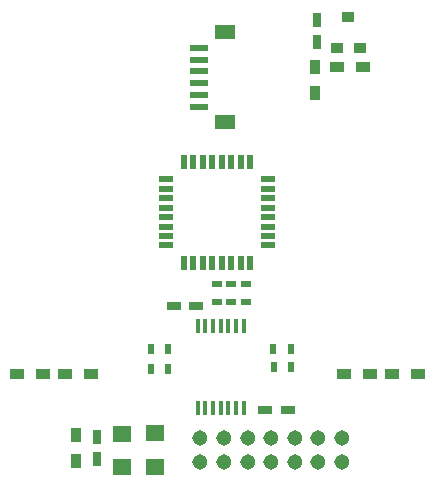
<source format=gbp>
G04 #@! TF.FileFunction,Paste,Bot*
%FSLAX46Y46*%
G04 Gerber Fmt 4.6, Leading zero omitted, Abs format (unit mm)*
G04 Created by KiCad (PCBNEW 4.0.6) date 08/26/17 20:52:25*
%MOMM*%
%LPD*%
G01*
G04 APERTURE LIST*
%ADD10C,0.100000*%
%ADD11R,1.270000X0.533400*%
%ADD12R,0.533400X1.270000*%
%ADD13R,1.200000X0.750000*%
%ADD14R,0.900000X1.200000*%
%ADD15R,0.998220X0.899160*%
%ADD16R,0.750000X1.200000*%
%ADD17R,1.597660X1.399540*%
%ADD18R,1.200000X0.900000*%
%ADD19R,1.549400X0.599440*%
%ADD20R,1.798320X1.198880*%
%ADD21R,0.400000X1.200000*%
%ADD22R,0.500000X0.900000*%
%ADD23R,0.900000X0.500000*%
%ADD24C,1.305560*%
G04 APERTURE END LIST*
D10*
D11*
X144094200Y-104153080D03*
X144094200Y-103352980D03*
X144094200Y-102552880D03*
X144094200Y-101752780D03*
X144094200Y-100955220D03*
X144094200Y-100155120D03*
X144094200Y-99355020D03*
X144094200Y-98554920D03*
D12*
X145587720Y-97061400D03*
X146387820Y-97061400D03*
X147187920Y-97061400D03*
X147988020Y-97061400D03*
X148785580Y-97061400D03*
X149585680Y-97061400D03*
X150385780Y-97061400D03*
X151185880Y-97061400D03*
D11*
X152676860Y-98554920D03*
X152676860Y-99355020D03*
X152676860Y-100155120D03*
X152676860Y-100955220D03*
X152676860Y-101752780D03*
X152676860Y-102552880D03*
X152676860Y-103352980D03*
X152676860Y-104153080D03*
D12*
X151185880Y-105644060D03*
X150385780Y-105644060D03*
X149585680Y-105644060D03*
X148785580Y-105644060D03*
X147988020Y-105644060D03*
X147187920Y-105644060D03*
X146387820Y-105644060D03*
X145587720Y-105644060D03*
D13*
X146644400Y-109278800D03*
X144744400Y-109278800D03*
D14*
X136474200Y-120218400D03*
X136474200Y-122418400D03*
X156667200Y-91278000D03*
X156667200Y-89078000D03*
D15*
X160510220Y-87411940D03*
X158513780Y-87411940D03*
X159512000Y-84816060D03*
D16*
X156870400Y-85062400D03*
X156870400Y-86962400D03*
D17*
X143129000Y-120071260D03*
X143129000Y-122870340D03*
X140360400Y-120122060D03*
X140360400Y-122921140D03*
D18*
X158513600Y-89060400D03*
X160713600Y-89060400D03*
X133688000Y-115070000D03*
X131488000Y-115070000D03*
X137752000Y-115070000D03*
X135552000Y-115070000D03*
X161374000Y-115070000D03*
X159174000Y-115070000D03*
X165438000Y-115070000D03*
X163238000Y-115070000D03*
D19*
X146839940Y-87409400D03*
X146839940Y-88410160D03*
X146839940Y-89410920D03*
X146839940Y-90409140D03*
X146839940Y-91407360D03*
X146839940Y-92408120D03*
D20*
X149062440Y-86111460D03*
X149062440Y-93708600D03*
D16*
X138226800Y-120368400D03*
X138226800Y-122268400D03*
D13*
X154366000Y-118067200D03*
X152466000Y-118067200D03*
D21*
X150641600Y-117910400D03*
X149991600Y-117910400D03*
X149341600Y-117910400D03*
X148691600Y-117910400D03*
X148041600Y-117910400D03*
X147391600Y-117910400D03*
X146741600Y-117910400D03*
X146741600Y-111010400D03*
X147391600Y-111010400D03*
X148041600Y-111010400D03*
X148691600Y-111010400D03*
X149341600Y-111010400D03*
X149991600Y-111010400D03*
X150641600Y-111010400D03*
D22*
X144260000Y-114587400D03*
X142760000Y-114587400D03*
X144260000Y-112885600D03*
X142760000Y-112885600D03*
X153174000Y-114460400D03*
X154674000Y-114460400D03*
X153123200Y-112911000D03*
X154623200Y-112911000D03*
D23*
X150876000Y-107436600D03*
X150876000Y-108936600D03*
X148361400Y-107436600D03*
X148361400Y-108936600D03*
X149606000Y-107436600D03*
X149606000Y-108936600D03*
D24*
X146970000Y-120470000D03*
X146970000Y-122468980D03*
X148968980Y-120470000D03*
X148968980Y-122468980D03*
X150967960Y-120470000D03*
X150967960Y-122468980D03*
X152969480Y-120470000D03*
X152969480Y-122468980D03*
X154968460Y-120470000D03*
X154968460Y-122468980D03*
X156969980Y-120470000D03*
X156969980Y-122468980D03*
X158968960Y-120470000D03*
X158968960Y-122468980D03*
M02*

</source>
